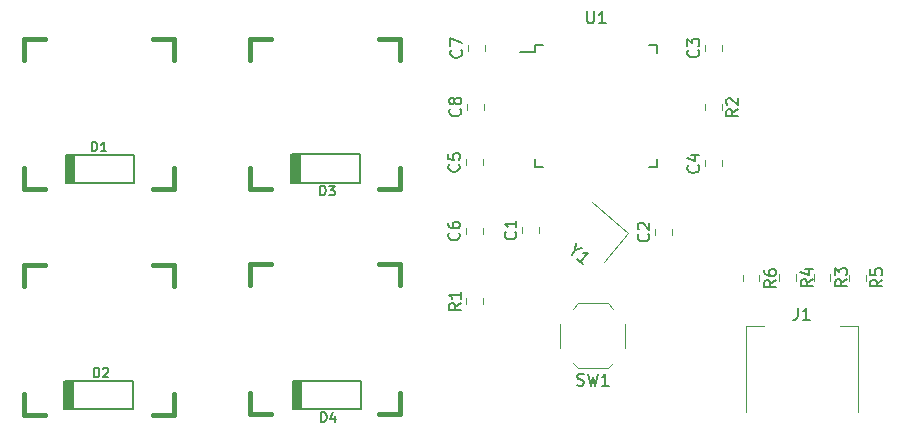
<source format=gto>
G04 #@! TF.GenerationSoftware,KiCad,Pcbnew,5.1.4*
G04 #@! TF.CreationDate,2019-08-23T15:49:18-05:00*
G04 #@! TF.ProjectId,first_keyboard,66697273-745f-46b6-9579-626f6172642e,rev?*
G04 #@! TF.SameCoordinates,Original*
G04 #@! TF.FileFunction,Legend,Top*
G04 #@! TF.FilePolarity,Positive*
%FSLAX46Y46*%
G04 Gerber Fmt 4.6, Leading zero omitted, Abs format (unit mm)*
G04 Created by KiCad (PCBNEW 5.1.4) date 2019-08-23 15:49:18*
%MOMM*%
%LPD*%
G04 APERTURE LIST*
%ADD10C,0.150000*%
%ADD11C,0.120000*%
%ADD12C,0.200000*%
%ADD13C,0.381000*%
G04 APERTURE END LIST*
D10*
X134793750Y-83873750D02*
X133518750Y-83873750D01*
X145143750Y-83298750D02*
X144468750Y-83298750D01*
X145143750Y-93648750D02*
X144468750Y-93648750D01*
X134793750Y-93648750D02*
X135468750Y-93648750D01*
X134793750Y-83298750D02*
X135468750Y-83298750D01*
X134793750Y-93648750D02*
X134793750Y-92973750D01*
X145143750Y-93648750D02*
X145143750Y-92973750D01*
X145143750Y-83298750D02*
X145143750Y-83973750D01*
X134793750Y-83298750D02*
X134793750Y-83873750D01*
D11*
X133727500Y-99228752D02*
X133727500Y-98706248D01*
X135147500Y-99228752D02*
X135147500Y-98706248D01*
X146397500Y-99416252D02*
X146397500Y-98893748D01*
X144977500Y-99416252D02*
X144977500Y-98893748D01*
X149196250Y-83853752D02*
X149196250Y-83331248D01*
X150616250Y-83853752D02*
X150616250Y-83331248D01*
X149196250Y-93603752D02*
X149196250Y-93081248D01*
X150616250Y-93603752D02*
X150616250Y-93081248D01*
X130366250Y-93516252D02*
X130366250Y-92993748D01*
X128946250Y-93516252D02*
X128946250Y-92993748D01*
X128946250Y-99322502D02*
X128946250Y-98799998D01*
X130366250Y-99322502D02*
X130366250Y-98799998D01*
X130553750Y-83860002D02*
X130553750Y-83337498D01*
X129133750Y-83860002D02*
X129133750Y-83337498D01*
X130460000Y-88822502D02*
X130460000Y-88299998D01*
X129040000Y-88822502D02*
X129040000Y-88299998D01*
D12*
X100881250Y-95037500D02*
X95081250Y-95037500D01*
X100881250Y-92637500D02*
X100881250Y-95037500D01*
X95081250Y-92637500D02*
X100881250Y-92637500D01*
X95156250Y-92637500D02*
X95156250Y-95037500D01*
X95281250Y-92637500D02*
X95281250Y-95037500D01*
X95056250Y-95037500D02*
X95056250Y-92637500D01*
X95456250Y-92637500D02*
X95456250Y-95037500D01*
X95631250Y-92637500D02*
X95631250Y-95037500D01*
X95806250Y-92637500D02*
X95806250Y-95037500D01*
X100787500Y-114168750D02*
X94987500Y-114168750D01*
X100787500Y-111768750D02*
X100787500Y-114168750D01*
X94987500Y-111768750D02*
X100787500Y-111768750D01*
X95062500Y-111768750D02*
X95062500Y-114168750D01*
X95187500Y-111768750D02*
X95187500Y-114168750D01*
X94962500Y-114168750D02*
X94962500Y-111768750D01*
X95362500Y-111768750D02*
X95362500Y-114168750D01*
X95537500Y-111768750D02*
X95537500Y-114168750D01*
X95712500Y-111768750D02*
X95712500Y-114168750D01*
X114937500Y-92575000D02*
X114937500Y-94975000D01*
X114762500Y-92575000D02*
X114762500Y-94975000D01*
X114587500Y-92575000D02*
X114587500Y-94975000D01*
X114187500Y-94975000D02*
X114187500Y-92575000D01*
X114412500Y-92575000D02*
X114412500Y-94975000D01*
X114287500Y-92575000D02*
X114287500Y-94975000D01*
X114212500Y-92575000D02*
X120012500Y-92575000D01*
X120012500Y-92575000D02*
X120012500Y-94975000D01*
X120012500Y-94975000D02*
X114212500Y-94975000D01*
X115031250Y-111737500D02*
X115031250Y-114137500D01*
X114856250Y-111737500D02*
X114856250Y-114137500D01*
X114681250Y-111737500D02*
X114681250Y-114137500D01*
X114281250Y-114137500D02*
X114281250Y-111737500D01*
X114506250Y-111737500D02*
X114506250Y-114137500D01*
X114381250Y-111737500D02*
X114381250Y-114137500D01*
X114306250Y-111737500D02*
X120106250Y-111737500D01*
X120106250Y-111737500D02*
X120106250Y-114137500D01*
X120106250Y-114137500D02*
X114306250Y-114137500D01*
D11*
X160656250Y-107130000D02*
X162156250Y-107130000D01*
X162156250Y-107130000D02*
X162156250Y-114390000D01*
X152656250Y-107130000D02*
X152656250Y-114390000D01*
X152656250Y-107130000D02*
X154156250Y-107130000D01*
D13*
X91525000Y-84578000D02*
X91525000Y-82800000D01*
X91525000Y-95500000D02*
X91525000Y-93722000D01*
X93303000Y-95500000D02*
X91525000Y-95500000D01*
X104225000Y-95500000D02*
X102447000Y-95500000D01*
X104225000Y-93722000D02*
X104225000Y-95500000D01*
X104225000Y-82800000D02*
X104225000Y-84578000D01*
X102447000Y-82800000D02*
X104225000Y-82800000D01*
X91525000Y-82800000D02*
X93303000Y-82800000D01*
X91525000Y-101931250D02*
X93303000Y-101931250D01*
X102447000Y-101931250D02*
X104225000Y-101931250D01*
X104225000Y-101931250D02*
X104225000Y-103709250D01*
X104225000Y-112853250D02*
X104225000Y-114631250D01*
X104225000Y-114631250D02*
X102447000Y-114631250D01*
X93303000Y-114631250D02*
X91525000Y-114631250D01*
X91525000Y-114631250D02*
X91525000Y-112853250D01*
X91525000Y-103709250D02*
X91525000Y-101931250D01*
X110656250Y-84609250D02*
X110656250Y-82831250D01*
X110656250Y-95531250D02*
X110656250Y-93753250D01*
X112434250Y-95531250D02*
X110656250Y-95531250D01*
X123356250Y-95531250D02*
X121578250Y-95531250D01*
X123356250Y-93753250D02*
X123356250Y-95531250D01*
X123356250Y-82831250D02*
X123356250Y-84609250D01*
X121578250Y-82831250D02*
X123356250Y-82831250D01*
X110656250Y-82831250D02*
X112434250Y-82831250D01*
X110656250Y-101900000D02*
X112434250Y-101900000D01*
X121578250Y-101900000D02*
X123356250Y-101900000D01*
X123356250Y-101900000D02*
X123356250Y-103678000D01*
X123356250Y-112822000D02*
X123356250Y-114600000D01*
X123356250Y-114600000D02*
X121578250Y-114600000D01*
X112434250Y-114600000D02*
X110656250Y-114600000D01*
X110656250Y-114600000D02*
X110656250Y-112822000D01*
X110656250Y-103678000D02*
X110656250Y-101900000D01*
D11*
X128990000Y-105261252D02*
X128990000Y-104738748D01*
X130410000Y-105261252D02*
X130410000Y-104738748D01*
X149190000Y-88338748D02*
X149190000Y-88861252D01*
X150610000Y-88338748D02*
X150610000Y-88861252D01*
X158390000Y-102738748D02*
X158390000Y-103261252D01*
X159810000Y-102738748D02*
X159810000Y-103261252D01*
X156910000Y-102738748D02*
X156910000Y-103261252D01*
X155490000Y-102738748D02*
X155490000Y-103261252D01*
X161390000Y-102763748D02*
X161390000Y-103286252D01*
X162810000Y-102763748D02*
X162810000Y-103286252D01*
X153810000Y-102813748D02*
X153810000Y-103336252D01*
X152390000Y-102813748D02*
X152390000Y-103336252D01*
X141400000Y-105650000D02*
X140950000Y-105200000D01*
X138000000Y-105650000D02*
X138450000Y-105200000D01*
X138000000Y-110250000D02*
X138450000Y-110700000D01*
X141400000Y-110250000D02*
X140950000Y-110700000D01*
X136950000Y-108950000D02*
X136950000Y-106950000D01*
X140950000Y-105200000D02*
X138450000Y-105200000D01*
X142450000Y-108950000D02*
X142450000Y-106950000D01*
X140950000Y-110700000D02*
X138450000Y-110700000D01*
X142716799Y-99221154D02*
X139652621Y-96650004D01*
X140659879Y-101672496D02*
X142716799Y-99221154D01*
D10*
X139206845Y-80476130D02*
X139206845Y-81285654D01*
X139254464Y-81380892D01*
X139302083Y-81428511D01*
X139397321Y-81476130D01*
X139587797Y-81476130D01*
X139683035Y-81428511D01*
X139730654Y-81380892D01*
X139778273Y-81285654D01*
X139778273Y-80476130D01*
X140778273Y-81476130D02*
X140206845Y-81476130D01*
X140492559Y-81476130D02*
X140492559Y-80476130D01*
X140397321Y-80618988D01*
X140302083Y-80714226D01*
X140206845Y-80761845D01*
X133144642Y-99134166D02*
X133192261Y-99181785D01*
X133239880Y-99324642D01*
X133239880Y-99419880D01*
X133192261Y-99562738D01*
X133097023Y-99657976D01*
X133001785Y-99705595D01*
X132811309Y-99753214D01*
X132668452Y-99753214D01*
X132477976Y-99705595D01*
X132382738Y-99657976D01*
X132287500Y-99562738D01*
X132239880Y-99419880D01*
X132239880Y-99324642D01*
X132287500Y-99181785D01*
X132335119Y-99134166D01*
X133239880Y-98181785D02*
X133239880Y-98753214D01*
X133239880Y-98467500D02*
X132239880Y-98467500D01*
X132382738Y-98562738D01*
X132477976Y-98657976D01*
X132525595Y-98753214D01*
X144394642Y-99321666D02*
X144442261Y-99369285D01*
X144489880Y-99512142D01*
X144489880Y-99607380D01*
X144442261Y-99750238D01*
X144347023Y-99845476D01*
X144251785Y-99893095D01*
X144061309Y-99940714D01*
X143918452Y-99940714D01*
X143727976Y-99893095D01*
X143632738Y-99845476D01*
X143537500Y-99750238D01*
X143489880Y-99607380D01*
X143489880Y-99512142D01*
X143537500Y-99369285D01*
X143585119Y-99321666D01*
X143585119Y-98940714D02*
X143537500Y-98893095D01*
X143489880Y-98797857D01*
X143489880Y-98559761D01*
X143537500Y-98464523D01*
X143585119Y-98416904D01*
X143680357Y-98369285D01*
X143775595Y-98369285D01*
X143918452Y-98416904D01*
X144489880Y-98988333D01*
X144489880Y-98369285D01*
X148613392Y-83759166D02*
X148661011Y-83806785D01*
X148708630Y-83949642D01*
X148708630Y-84044880D01*
X148661011Y-84187738D01*
X148565773Y-84282976D01*
X148470535Y-84330595D01*
X148280059Y-84378214D01*
X148137202Y-84378214D01*
X147946726Y-84330595D01*
X147851488Y-84282976D01*
X147756250Y-84187738D01*
X147708630Y-84044880D01*
X147708630Y-83949642D01*
X147756250Y-83806785D01*
X147803869Y-83759166D01*
X147708630Y-83425833D02*
X147708630Y-82806785D01*
X148089583Y-83140119D01*
X148089583Y-82997261D01*
X148137202Y-82902023D01*
X148184821Y-82854404D01*
X148280059Y-82806785D01*
X148518154Y-82806785D01*
X148613392Y-82854404D01*
X148661011Y-82902023D01*
X148708630Y-82997261D01*
X148708630Y-83282976D01*
X148661011Y-83378214D01*
X148613392Y-83425833D01*
X148613392Y-93509166D02*
X148661011Y-93556785D01*
X148708630Y-93699642D01*
X148708630Y-93794880D01*
X148661011Y-93937738D01*
X148565773Y-94032976D01*
X148470535Y-94080595D01*
X148280059Y-94128214D01*
X148137202Y-94128214D01*
X147946726Y-94080595D01*
X147851488Y-94032976D01*
X147756250Y-93937738D01*
X147708630Y-93794880D01*
X147708630Y-93699642D01*
X147756250Y-93556785D01*
X147803869Y-93509166D01*
X148041964Y-92652023D02*
X148708630Y-92652023D01*
X147661011Y-92890119D02*
X148375297Y-93128214D01*
X148375297Y-92509166D01*
X128363392Y-93421666D02*
X128411011Y-93469285D01*
X128458630Y-93612142D01*
X128458630Y-93707380D01*
X128411011Y-93850238D01*
X128315773Y-93945476D01*
X128220535Y-93993095D01*
X128030059Y-94040714D01*
X127887202Y-94040714D01*
X127696726Y-93993095D01*
X127601488Y-93945476D01*
X127506250Y-93850238D01*
X127458630Y-93707380D01*
X127458630Y-93612142D01*
X127506250Y-93469285D01*
X127553869Y-93421666D01*
X127458630Y-92516904D02*
X127458630Y-92993095D01*
X127934821Y-93040714D01*
X127887202Y-92993095D01*
X127839583Y-92897857D01*
X127839583Y-92659761D01*
X127887202Y-92564523D01*
X127934821Y-92516904D01*
X128030059Y-92469285D01*
X128268154Y-92469285D01*
X128363392Y-92516904D01*
X128411011Y-92564523D01*
X128458630Y-92659761D01*
X128458630Y-92897857D01*
X128411011Y-92993095D01*
X128363392Y-93040714D01*
X128363392Y-99227916D02*
X128411011Y-99275535D01*
X128458630Y-99418392D01*
X128458630Y-99513630D01*
X128411011Y-99656488D01*
X128315773Y-99751726D01*
X128220535Y-99799345D01*
X128030059Y-99846964D01*
X127887202Y-99846964D01*
X127696726Y-99799345D01*
X127601488Y-99751726D01*
X127506250Y-99656488D01*
X127458630Y-99513630D01*
X127458630Y-99418392D01*
X127506250Y-99275535D01*
X127553869Y-99227916D01*
X127458630Y-98370773D02*
X127458630Y-98561250D01*
X127506250Y-98656488D01*
X127553869Y-98704107D01*
X127696726Y-98799345D01*
X127887202Y-98846964D01*
X128268154Y-98846964D01*
X128363392Y-98799345D01*
X128411011Y-98751726D01*
X128458630Y-98656488D01*
X128458630Y-98466011D01*
X128411011Y-98370773D01*
X128363392Y-98323154D01*
X128268154Y-98275535D01*
X128030059Y-98275535D01*
X127934821Y-98323154D01*
X127887202Y-98370773D01*
X127839583Y-98466011D01*
X127839583Y-98656488D01*
X127887202Y-98751726D01*
X127934821Y-98799345D01*
X128030059Y-98846964D01*
X128550892Y-83765416D02*
X128598511Y-83813035D01*
X128646130Y-83955892D01*
X128646130Y-84051130D01*
X128598511Y-84193988D01*
X128503273Y-84289226D01*
X128408035Y-84336845D01*
X128217559Y-84384464D01*
X128074702Y-84384464D01*
X127884226Y-84336845D01*
X127788988Y-84289226D01*
X127693750Y-84193988D01*
X127646130Y-84051130D01*
X127646130Y-83955892D01*
X127693750Y-83813035D01*
X127741369Y-83765416D01*
X127646130Y-83432083D02*
X127646130Y-82765416D01*
X128646130Y-83193988D01*
X128457142Y-88727916D02*
X128504761Y-88775535D01*
X128552380Y-88918392D01*
X128552380Y-89013630D01*
X128504761Y-89156488D01*
X128409523Y-89251726D01*
X128314285Y-89299345D01*
X128123809Y-89346964D01*
X127980952Y-89346964D01*
X127790476Y-89299345D01*
X127695238Y-89251726D01*
X127600000Y-89156488D01*
X127552380Y-89013630D01*
X127552380Y-88918392D01*
X127600000Y-88775535D01*
X127647619Y-88727916D01*
X127980952Y-88156488D02*
X127933333Y-88251726D01*
X127885714Y-88299345D01*
X127790476Y-88346964D01*
X127742857Y-88346964D01*
X127647619Y-88299345D01*
X127600000Y-88251726D01*
X127552380Y-88156488D01*
X127552380Y-87966011D01*
X127600000Y-87870773D01*
X127647619Y-87823154D01*
X127742857Y-87775535D01*
X127790476Y-87775535D01*
X127885714Y-87823154D01*
X127933333Y-87870773D01*
X127980952Y-87966011D01*
X127980952Y-88156488D01*
X128028571Y-88251726D01*
X128076190Y-88299345D01*
X128171428Y-88346964D01*
X128361904Y-88346964D01*
X128457142Y-88299345D01*
X128504761Y-88251726D01*
X128552380Y-88156488D01*
X128552380Y-87966011D01*
X128504761Y-87870773D01*
X128457142Y-87823154D01*
X128361904Y-87775535D01*
X128171428Y-87775535D01*
X128076190Y-87823154D01*
X128028571Y-87870773D01*
X127980952Y-87966011D01*
X97284523Y-92324404D02*
X97284523Y-91524404D01*
X97475000Y-91524404D01*
X97589285Y-91562500D01*
X97665476Y-91638690D01*
X97703571Y-91714880D01*
X97741666Y-91867261D01*
X97741666Y-91981547D01*
X97703571Y-92133928D01*
X97665476Y-92210119D01*
X97589285Y-92286309D01*
X97475000Y-92324404D01*
X97284523Y-92324404D01*
X98503571Y-92324404D02*
X98046428Y-92324404D01*
X98275000Y-92324404D02*
X98275000Y-91524404D01*
X98198809Y-91638690D01*
X98122619Y-91714880D01*
X98046428Y-91752976D01*
X97472023Y-111455654D02*
X97472023Y-110655654D01*
X97662500Y-110655654D01*
X97776785Y-110693750D01*
X97852976Y-110769940D01*
X97891071Y-110846130D01*
X97929166Y-110998511D01*
X97929166Y-111112797D01*
X97891071Y-111265178D01*
X97852976Y-111341369D01*
X97776785Y-111417559D01*
X97662500Y-111455654D01*
X97472023Y-111455654D01*
X98233928Y-110731845D02*
X98272023Y-110693750D01*
X98348214Y-110655654D01*
X98538690Y-110655654D01*
X98614880Y-110693750D01*
X98652976Y-110731845D01*
X98691071Y-110808035D01*
X98691071Y-110884226D01*
X98652976Y-110998511D01*
X98195833Y-111455654D01*
X98691071Y-111455654D01*
X116622023Y-96061904D02*
X116622023Y-95261904D01*
X116812500Y-95261904D01*
X116926785Y-95300000D01*
X117002976Y-95376190D01*
X117041071Y-95452380D01*
X117079166Y-95604761D01*
X117079166Y-95719047D01*
X117041071Y-95871428D01*
X117002976Y-95947619D01*
X116926785Y-96023809D01*
X116812500Y-96061904D01*
X116622023Y-96061904D01*
X117345833Y-95261904D02*
X117841071Y-95261904D01*
X117574404Y-95566666D01*
X117688690Y-95566666D01*
X117764880Y-95604761D01*
X117802976Y-95642857D01*
X117841071Y-95719047D01*
X117841071Y-95909523D01*
X117802976Y-95985714D01*
X117764880Y-96023809D01*
X117688690Y-96061904D01*
X117460119Y-96061904D01*
X117383928Y-96023809D01*
X117345833Y-95985714D01*
X116715773Y-115224404D02*
X116715773Y-114424404D01*
X116906250Y-114424404D01*
X117020535Y-114462500D01*
X117096726Y-114538690D01*
X117134821Y-114614880D01*
X117172916Y-114767261D01*
X117172916Y-114881547D01*
X117134821Y-115033928D01*
X117096726Y-115110119D01*
X117020535Y-115186309D01*
X116906250Y-115224404D01*
X116715773Y-115224404D01*
X117858630Y-114691071D02*
X117858630Y-115224404D01*
X117668154Y-114386309D02*
X117477678Y-114957738D01*
X117972916Y-114957738D01*
X157072916Y-105592380D02*
X157072916Y-106306666D01*
X157025297Y-106449523D01*
X156930059Y-106544761D01*
X156787202Y-106592380D01*
X156691964Y-106592380D01*
X158072916Y-106592380D02*
X157501488Y-106592380D01*
X157787202Y-106592380D02*
X157787202Y-105592380D01*
X157691964Y-105735238D01*
X157596726Y-105830476D01*
X157501488Y-105878095D01*
X128502380Y-105166666D02*
X128026190Y-105500000D01*
X128502380Y-105738095D02*
X127502380Y-105738095D01*
X127502380Y-105357142D01*
X127550000Y-105261904D01*
X127597619Y-105214285D01*
X127692857Y-105166666D01*
X127835714Y-105166666D01*
X127930952Y-105214285D01*
X127978571Y-105261904D01*
X128026190Y-105357142D01*
X128026190Y-105738095D01*
X128502380Y-104214285D02*
X128502380Y-104785714D01*
X128502380Y-104500000D02*
X127502380Y-104500000D01*
X127645238Y-104595238D01*
X127740476Y-104690476D01*
X127788095Y-104785714D01*
X152002380Y-88766666D02*
X151526190Y-89100000D01*
X152002380Y-89338095D02*
X151002380Y-89338095D01*
X151002380Y-88957142D01*
X151050000Y-88861904D01*
X151097619Y-88814285D01*
X151192857Y-88766666D01*
X151335714Y-88766666D01*
X151430952Y-88814285D01*
X151478571Y-88861904D01*
X151526190Y-88957142D01*
X151526190Y-89338095D01*
X151097619Y-88385714D02*
X151050000Y-88338095D01*
X151002380Y-88242857D01*
X151002380Y-88004761D01*
X151050000Y-87909523D01*
X151097619Y-87861904D01*
X151192857Y-87814285D01*
X151288095Y-87814285D01*
X151430952Y-87861904D01*
X152002380Y-88433333D01*
X152002380Y-87814285D01*
X161202380Y-103166666D02*
X160726190Y-103500000D01*
X161202380Y-103738095D02*
X160202380Y-103738095D01*
X160202380Y-103357142D01*
X160250000Y-103261904D01*
X160297619Y-103214285D01*
X160392857Y-103166666D01*
X160535714Y-103166666D01*
X160630952Y-103214285D01*
X160678571Y-103261904D01*
X160726190Y-103357142D01*
X160726190Y-103738095D01*
X160202380Y-102833333D02*
X160202380Y-102214285D01*
X160583333Y-102547619D01*
X160583333Y-102404761D01*
X160630952Y-102309523D01*
X160678571Y-102261904D01*
X160773809Y-102214285D01*
X161011904Y-102214285D01*
X161107142Y-102261904D01*
X161154761Y-102309523D01*
X161202380Y-102404761D01*
X161202380Y-102690476D01*
X161154761Y-102785714D01*
X161107142Y-102833333D01*
X158302380Y-103166666D02*
X157826190Y-103500000D01*
X158302380Y-103738095D02*
X157302380Y-103738095D01*
X157302380Y-103357142D01*
X157350000Y-103261904D01*
X157397619Y-103214285D01*
X157492857Y-103166666D01*
X157635714Y-103166666D01*
X157730952Y-103214285D01*
X157778571Y-103261904D01*
X157826190Y-103357142D01*
X157826190Y-103738095D01*
X157635714Y-102309523D02*
X158302380Y-102309523D01*
X157254761Y-102547619D02*
X157969047Y-102785714D01*
X157969047Y-102166666D01*
X164202380Y-103191666D02*
X163726190Y-103525000D01*
X164202380Y-103763095D02*
X163202380Y-103763095D01*
X163202380Y-103382142D01*
X163250000Y-103286904D01*
X163297619Y-103239285D01*
X163392857Y-103191666D01*
X163535714Y-103191666D01*
X163630952Y-103239285D01*
X163678571Y-103286904D01*
X163726190Y-103382142D01*
X163726190Y-103763095D01*
X163202380Y-102286904D02*
X163202380Y-102763095D01*
X163678571Y-102810714D01*
X163630952Y-102763095D01*
X163583333Y-102667857D01*
X163583333Y-102429761D01*
X163630952Y-102334523D01*
X163678571Y-102286904D01*
X163773809Y-102239285D01*
X164011904Y-102239285D01*
X164107142Y-102286904D01*
X164154761Y-102334523D01*
X164202380Y-102429761D01*
X164202380Y-102667857D01*
X164154761Y-102763095D01*
X164107142Y-102810714D01*
X155202380Y-103241666D02*
X154726190Y-103575000D01*
X155202380Y-103813095D02*
X154202380Y-103813095D01*
X154202380Y-103432142D01*
X154250000Y-103336904D01*
X154297619Y-103289285D01*
X154392857Y-103241666D01*
X154535714Y-103241666D01*
X154630952Y-103289285D01*
X154678571Y-103336904D01*
X154726190Y-103432142D01*
X154726190Y-103813095D01*
X154202380Y-102384523D02*
X154202380Y-102575000D01*
X154250000Y-102670238D01*
X154297619Y-102717857D01*
X154440476Y-102813095D01*
X154630952Y-102860714D01*
X155011904Y-102860714D01*
X155107142Y-102813095D01*
X155154761Y-102765476D01*
X155202380Y-102670238D01*
X155202380Y-102479761D01*
X155154761Y-102384523D01*
X155107142Y-102336904D01*
X155011904Y-102289285D01*
X154773809Y-102289285D01*
X154678571Y-102336904D01*
X154630952Y-102384523D01*
X154583333Y-102479761D01*
X154583333Y-102670238D01*
X154630952Y-102765476D01*
X154678571Y-102813095D01*
X154773809Y-102860714D01*
X138366666Y-112104761D02*
X138509523Y-112152380D01*
X138747619Y-112152380D01*
X138842857Y-112104761D01*
X138890476Y-112057142D01*
X138938095Y-111961904D01*
X138938095Y-111866666D01*
X138890476Y-111771428D01*
X138842857Y-111723809D01*
X138747619Y-111676190D01*
X138557142Y-111628571D01*
X138461904Y-111580952D01*
X138414285Y-111533333D01*
X138366666Y-111438095D01*
X138366666Y-111342857D01*
X138414285Y-111247619D01*
X138461904Y-111200000D01*
X138557142Y-111152380D01*
X138795238Y-111152380D01*
X138938095Y-111200000D01*
X139271428Y-111152380D02*
X139509523Y-112152380D01*
X139700000Y-111438095D01*
X139890476Y-112152380D01*
X140128571Y-111152380D01*
X141033333Y-112152380D02*
X140461904Y-112152380D01*
X140747619Y-112152380D02*
X140747619Y-111152380D01*
X140652380Y-111295238D01*
X140557142Y-111390476D01*
X140461904Y-111438095D01*
X138231941Y-100713730D02*
X137925852Y-101078513D01*
X138313291Y-100098206D02*
X138231941Y-100713730D01*
X138823987Y-100526731D01*
X138837809Y-101843736D02*
X138400070Y-101476429D01*
X138618939Y-101660083D02*
X139261727Y-100894038D01*
X139096944Y-100942255D01*
X138962769Y-100953994D01*
X138859204Y-100929255D01*
M02*

</source>
